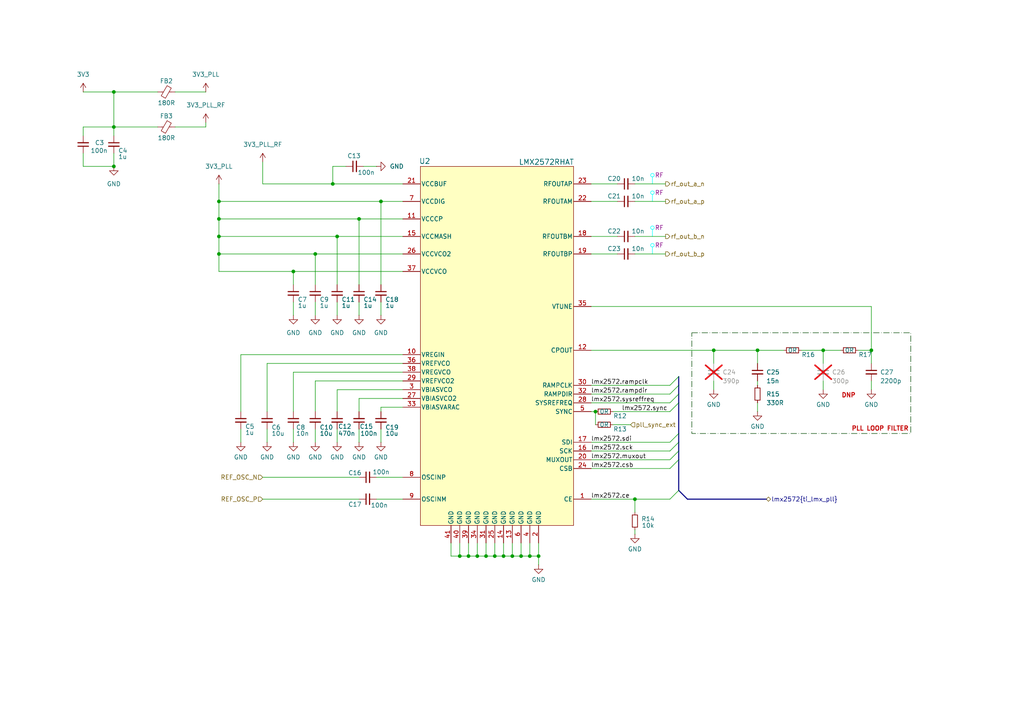
<source format=kicad_sch>
(kicad_sch (version 20250114) (generator "eeschema") (generator_version "9.0")
  (paper "A4")
  (title_block (title "LMX2572 RF SYNTHESIZER") (date "2025-03-28") (rev "${REVISION}") (company "${COMPANY}"))
  (lib_symbols
    (symbol "2024-12-28_02-54-18:LMX2572RHAT" (pin_names (offset 0.254))
      (property "Reference" "U" (at -20.828 48.514 0))
      (property "Value" "LMX2572RHAT" (at 14.732 48.514 0))
      (symbol "LMX2572RHAT_0_1"
        (pin power_in line (at -26.67 41.91 0) (length 5.08) (name "VCCBUF") (number "21"))
        (pin power_in line (at -26.67 36.83 0) (length 5.08) (name "VCCDIG") (number "7"))
        (pin power_in line (at -26.67 31.75 0) (length 5.08) (name "VCCCP") (number "11"))
        (pin power_in line (at -26.67 26.67 0) (length 5.08) (name "VCCMASH") (number "15"))
        (pin power_in line (at -26.67 21.59 0) (length 5.08) (name "VCCVCO2") (number "26"))
        (pin power_in line (at -26.67 16.51 0) (length 5.08) (name "VCCVCO") (number "37"))
        (pin power_in line (at -26.67 -7.62 0) (length 5.08) (name "VREGIN") (number "10"))
        (pin power_in line (at -26.67 -10.16 0) (length 5.08) (name "VREFVCO") (number "36"))
        (pin power_in line (at -26.67 -12.7 0) (length 5.08) (name "VREGVCO") (number "38"))
        (pin power_in line (at -26.67 -15.24 0) (length 5.08) (name "VREFVCO2") (number "29"))
        (pin power_in line (at -26.67 -17.78 0) (length 5.08) (name "VBIASVCO") (number "3"))
        (pin power_in line (at -26.67 -20.32 0) (length 5.08) (name "VBIASVCO2") (number "27"))
        (pin power_in line (at -26.67 -22.86 0) (length 5.08) (name "VBIASVARAC") (number "33"))
        (pin input line (at -26.67 -43.18 0) (length 5.08) (name "OSCINP") (number "8"))
        (pin input line (at -26.67 -49.53 0) (length 5.08) (name "OSCINM") (number "9"))
        (pin power_in line (at -12.7 -62.23 90) (length 5.08) (name "GND") (number "41"))
        (pin power_in line (at -10.16 -62.23 90) (length 5.08) (name "GND") (number "40"))
        (pin power_in line (at -7.62 -62.23 90) (length 5.08) (name "GND") (number "39"))
        (pin power_in line (at -5.08 -62.23 90) (length 5.08) (name "GND") (number "34"))
        (pin power_in line (at -2.54 -62.23 90) (length 5.08) (name "GND") (number "31"))
        (pin power_in line (at 0 -62.23 90) (length 5.08) (name "GND") (number "25"))
        (pin power_in line (at 2.54 -62.23 90) (length 5.08) (name "GND") (number "14"))
        (pin power_in line (at 5.08 -62.23 90) (length 5.08) (name "GND") (number "13"))
        (pin power_in line (at 7.62 -62.23 90) (length 5.08) (name "GND") (number "6"))
        (pin power_in line (at 10.16 -62.23 90) (length 5.08) (name "GND") (number "4"))
        (pin power_in line (at 12.7 -62.23 90) (length 5.08) (name "GND") (number "2"))
        (pin output line (at 27.94 41.91 180) (length 5.08) (name "RFOUTAP") (number "23"))
        (pin output line (at 27.94 36.83 180) (length 5.08) (name "RFOUTAM") (number "22"))
        (pin output line (at 27.94 26.67 180) (length 5.08) (name "RFOUTBM") (number "18"))
        (pin output line (at 27.94 21.59 180) (length 5.08) (name "RFOUTBP") (number "19"))
        (pin input line (at 27.94 6.35 180) (length 5.08) (name "VTUNE") (number "35"))
        (pin input line (at 27.94 -16.51 180) (length 5.08) (name "RAMPCLK") (number "30"))
        (pin input line (at 27.94 -19.05 180) (length 5.08) (name "RAMPDIR") (number "32"))
        (pin input line (at 27.94 -21.59 180) (length 5.08) (name "SYSREFREQ") (number "28"))
        (pin input line (at 27.94 -24.13 180) (length 5.08) (name "SYNC") (number "5"))
        (pin input line (at 27.94 -33.02 180) (length 5.08) (name "SDI") (number "17"))
        (pin input line (at 27.94 -35.56 180) (length 5.08) (name "SCK") (number "16"))
        (pin output line (at 27.94 -38.1 180) (length 5.08) (name "MUXOUT") (number "20"))
        (pin input line (at 27.94 -40.64 180) (length 5.08) (name "CSB") (number "24"))
        (pin input line (at 27.94 -49.53 180) (length 5.08) (name "CE") (number "1"))
      )
      (symbol "LMX2572RHAT_1_1"
        (rectangle (start -21.59 46.99) (end 22.86 -57.15) (fill (type background)))
        (pin passive line (at 27.94 -6.35 180) (length 5.08) (name "CPOUT") (number "12"))
      )
    )
    (symbol "Device:C_Small" (pin_numbers (hide yes)) (pin_names (offset 0.254) (hide yes))
      (property "Reference" "C" (at 0.254 1.778 0))
      (property "Value" "C_Small" (at 0.254 -2.032 0))
      (symbol "C_Small_0_1"
        (polyline (pts (xy -1.524 0.508) (xy 1.524 0.508)) (stroke (width 0.3048)))
        (polyline (pts (xy -1.524 -0.508) (xy 1.524 -0.508)) (stroke (width 0.3302)))
      )
      (symbol "C_Small_1_1"
        (pin passive line (at 0 2.54 270) (length 2.032) (name "~") (number "1"))
        (pin passive line (at 0 -2.54 90) (length 2.032) (name "~") (number "2"))
      )
    )
    (symbol "Device:FerriteBead_Small" (pin_numbers (hide yes)) (pin_names (offset 0))
      (property "Reference" "FB" (at 1.905 1.27 0))
      (property "Value" "FerriteBead_Small" (at 1.905 -1.27 0))
      (symbol "FerriteBead_Small_0_1"
        (polyline (pts (xy -1.8288 0.2794) (xy -1.1176 1.4986) (xy 1.8288 -0.2032) (xy 1.1176 -1.4224) (xy -1.8288 0.2794)))
        (polyline (pts (xy 0 0.889) (xy 0 1.2954)))
        (polyline (pts (xy 0 -1.27) (xy 0 -0.7874)))
      )
      (symbol "FerriteBead_Small_1_1"
        (pin passive line (at 0 2.54 270) (length 1.27) (name "~") (number "1"))
        (pin passive line (at 0 -2.54 90) (length 1.27) (name "~") (number "2"))
      )
    )
    (symbol "Device:R_Small" (pin_numbers (hide yes)) (pin_names (offset 0.254) (hide yes))
      (property "Reference" "R" (at 0.762 0.508 0))
      (property "Value" "R_Small" (at 0.762 -1.016 0))
      (symbol "R_Small_0_1"
        (rectangle (start -0.762 1.778) (end 0.762 -1.778) (stroke (width 0.2032)))
      )
      (symbol "R_Small_1_1"
        (pin passive line (at 0 2.54 270) (length 0.762) (name "~") (number "1"))
        (pin passive line (at 0 -2.54 90) (length 0.762) (name "~") (number "2"))
      )
    )
    (symbol "power:+3V3" (power) (pin_numbers (hide yes)) (pin_names (offset 0) (hide yes))
      (property "Value" "+3V3" (at 0 3.556 0))
      (symbol "+3V3_0_1"
        (polyline (pts (xy -0.762 1.27) (xy 0 2.54)))
        (polyline (pts (xy 0 2.54) (xy 0.762 1.27)))
        (polyline (pts (xy 0 0) (xy 0 2.54)))
      )
      (symbol "+3V3_1_1"
        (pin power_in line (at 0 0 90) (length 0) (name "~") (number "1"))
      )
    )
    (symbol "power:GND" (power) (pin_numbers (hide yes)) (pin_names (offset 0) (hide yes))
      (property "Value" "GND" (at 0 -3.81 0))
      (symbol "GND_0_1"
        (polyline (pts (xy 0 0) (xy 0 -1.27) (xy 1.27 -1.27) (xy 0 -2.54) (xy -1.27 -1.27) (xy 0 -1.27)))
      )
      (symbol "GND_1_1"
        (pin power_in line (at 0 0 270) (length 0) (name "~") (number "1"))
      )
    )
  )
  (bus_alias "ti_lmx_pll" (members "ce" "csb" "sdi" "sck" "muxout" "sync" "sysreffreq" "rampclk" "rampdir"))
  (rectangle (start 200.66 96.52) (end 264.16 125.73) (stroke (width 0) (type dash_dot) (color 0 72 0 1)))
  (text "DNP" (at 246.126 114.808 0) (effects (font (size 1.27 1.27) (thickness 0.254) (bold yes))))
  (text "PLL LOOP FILTER" (at 255.27 124.46 0) (effects (font (size 1.27 1.27) (thickness 0.254) (bold yes))))
  (junction (at 96.52 53.34))
  (junction (at 140.97 161.29))
  (junction (at 172.72 119.38))
  (junction (at 151.13 161.29))
  (junction (at 143.51 161.29))
  (junction (at 238.76 101.6))
  (junction (at 63.5 58.42))
  (junction (at 207.01 101.6))
  (junction (at 63.5 63.5))
  (junction (at 33.02 36.83))
  (junction (at 148.59 161.29))
  (junction (at 133.35 161.29))
  (junction (at 135.89 161.29))
  (junction (at 33.02 48.26))
  (junction (at 146.05 161.29))
  (junction (at 85.09 78.74))
  (junction (at 63.5 73.66))
  (junction (at 184.15 144.78))
  (junction (at 104.14 63.5))
  (junction (at 138.43 161.29))
  (junction (at 63.5 68.58))
  (junction (at 219.71 101.6))
  (junction (at 33.02 26.67))
  (junction (at 153.67 161.29))
  (junction (at 110.49 58.42))
  (junction (at 97.79 68.58))
  (junction (at 252.73 101.6))
  (junction (at 91.44 73.66))
  (junction (at 156.21 161.29))
  (bus_entry (at 196.85 111.76) (size -2.54 2.54))
  (bus_entry (at 196.85 128.27) (size -2.54 2.54))
  (bus_entry (at 196.85 114.3) (size -2.54 2.54))
  (bus_entry (at 196.85 142.24) (size -2.54 2.54))
  (bus_entry (at 196.85 133.35) (size -2.54 2.54))
  (bus_entry (at 196.85 130.81) (size -2.54 2.54))
  (bus_entry (at 196.85 116.84) (size -2.54 2.54))
  (bus_entry (at 196.85 125.73) (size -2.54 2.54))
  (bus_entry (at 196.85 109.22) (size -2.54 2.54))
  (bus (pts (xy 196.85 130.81) (xy 196.85 133.35)))
  (bus (pts (xy 196.85 109.22) (xy 196.85 111.76)))
  (wire (pts (xy 77.47 105.41) (xy 77.47 119.38)))
  (wire (pts (xy 116.84 115.57) (xy 104.14 115.57)))
  (wire (pts (xy 238.76 110.49) (xy 238.76 113.03)))
  (wire (pts (xy 97.79 124.46) (xy 97.79 128.27)))
  (wire (pts (xy 138.43 157.48) (xy 138.43 161.29)))
  (wire (pts (xy 110.49 118.11) (xy 110.49 119.38)))
  (wire (pts (xy 76.2 138.43) (xy 104.14 138.43)))
  (wire (pts (xy 104.14 63.5) (xy 104.14 82.55)))
  (wire (pts (xy 50.8 26.67) (xy 59.69 26.67)))
  (wire (pts (xy 116.84 118.11) (xy 110.49 118.11)))
  (wire (pts (xy 130.81 157.48) (xy 130.81 161.29)))
  (wire (pts (xy 33.02 36.83) (xy 33.02 26.67)))
  (bus (pts (xy 199.39 144.78) (xy 222.25 144.78)))
  (wire (pts (xy 184.15 144.78) (xy 194.31 144.78)))
  (wire (pts (xy 91.44 110.49) (xy 91.44 119.38)))
  (wire (pts (xy 193.04 73.66) (xy 184.15 73.66)))
  (wire (pts (xy 232.41 101.6) (xy 238.76 101.6)))
  (wire (pts (xy 63.5 58.42) (xy 63.5 53.34)))
  (wire (pts (xy 116.84 102.87) (xy 69.85 102.87)))
  (wire (pts (xy 91.44 124.46) (xy 91.44 128.27)))
  (wire (pts (xy 33.02 39.37) (xy 33.02 36.83)))
  (wire (pts (xy 171.45 130.81) (xy 194.31 130.81)))
  (wire (pts (xy 59.69 35.56) (xy 59.69 36.83)))
  (wire (pts (xy 171.45 135.89) (xy 194.31 135.89)))
  (wire (pts (xy 148.59 161.29) (xy 151.13 161.29)))
  (wire (pts (xy 252.73 88.9) (xy 171.45 88.9)))
  (wire (pts (xy 238.76 101.6) (xy 238.76 105.41)))
  (wire (pts (xy 96.52 48.26) (xy 96.52 53.34)))
  (wire (pts (xy 85.09 87.63) (xy 85.09 91.44)))
  (wire (pts (xy 172.72 119.38) (xy 172.72 123.19)))
  (wire (pts (xy 140.97 157.48) (xy 140.97 161.29)))
  (wire (pts (xy 143.51 161.29) (xy 146.05 161.29)))
  (wire (pts (xy 207.01 101.6) (xy 219.71 101.6)))
  (wire (pts (xy 45.72 36.83) (xy 33.02 36.83)))
  (wire (pts (xy 193.04 58.42) (xy 184.15 58.42)))
  (wire (pts (xy 146.05 157.48) (xy 146.05 161.29)))
  (wire (pts (xy 91.44 73.66) (xy 116.84 73.66)))
  (wire (pts (xy 193.04 53.34) (xy 184.15 53.34)))
  (wire (pts (xy 63.5 63.5) (xy 63.5 58.42)))
  (wire (pts (xy 33.02 26.67) (xy 45.72 26.67)))
  (wire (pts (xy 133.35 161.29) (xy 135.89 161.29)))
  (wire (pts (xy 171.45 144.78) (xy 184.15 144.78)))
  (wire (pts (xy 171.45 116.84) (xy 194.31 116.84)))
  (wire (pts (xy 252.73 105.41) (xy 252.73 101.6)))
  (wire (pts (xy 24.13 48.26) (xy 33.02 48.26)))
  (bus (pts (xy 196.85 142.24) (xy 199.39 144.78)))
  (wire (pts (xy 116.84 113.03) (xy 97.79 113.03)))
  (wire (pts (xy 153.67 161.29) (xy 156.21 161.29)))
  (wire (pts (xy 63.5 58.42) (xy 110.49 58.42)))
  (wire (pts (xy 248.92 101.6) (xy 252.73 101.6)))
  (wire (pts (xy 33.02 48.26) (xy 33.02 44.45)))
  (wire (pts (xy 151.13 161.29) (xy 153.67 161.29)))
  (wire (pts (xy 140.97 161.29) (xy 143.51 161.29)))
  (wire (pts (xy 146.05 161.29) (xy 148.59 161.29)))
  (wire (pts (xy 109.22 48.26) (xy 105.41 48.26)))
  (wire (pts (xy 104.14 87.63) (xy 104.14 91.44)))
  (wire (pts (xy 171.45 101.6) (xy 207.01 101.6)))
  (wire (pts (xy 76.2 53.34) (xy 76.2 46.99)))
  (wire (pts (xy 24.13 39.37) (xy 24.13 36.83)))
  (wire (pts (xy 91.44 82.55) (xy 91.44 73.66)))
  (wire (pts (xy 156.21 161.29) (xy 156.21 163.83)))
  (wire (pts (xy 151.13 157.48) (xy 151.13 161.29)))
  (bus (pts (xy 196.85 133.35) (xy 196.85 142.24)))
  (bus (pts (xy 196.85 111.76) (xy 196.85 114.3)))
  (wire (pts (xy 171.45 68.58) (xy 179.07 68.58)))
  (wire (pts (xy 63.5 73.66) (xy 63.5 68.58)))
  (wire (pts (xy 130.81 161.29) (xy 133.35 161.29)))
  (wire (pts (xy 171.45 133.35) (xy 194.31 133.35)))
  (wire (pts (xy 110.49 87.63) (xy 110.49 91.44)))
  (wire (pts (xy 100.33 48.26) (xy 96.52 48.26)))
  (wire (pts (xy 97.79 113.03) (xy 97.79 119.38)))
  (wire (pts (xy 104.14 115.57) (xy 104.14 119.38)))
  (wire (pts (xy 50.8 36.83) (xy 59.69 36.83)))
  (wire (pts (xy 97.79 68.58) (xy 97.79 82.55)))
  (wire (pts (xy 110.49 58.42) (xy 116.84 58.42)))
  (wire (pts (xy 85.09 78.74) (xy 85.09 82.55)))
  (wire (pts (xy 63.5 78.74) (xy 63.5 73.66)))
  (wire (pts (xy 85.09 78.74) (xy 116.84 78.74)))
  (wire (pts (xy 110.49 82.55) (xy 110.49 58.42)))
  (wire (pts (xy 171.45 58.42) (xy 179.07 58.42)))
  (wire (pts (xy 207.01 110.49) (xy 207.01 113.03)))
  (wire (pts (xy 184.15 154.94) (xy 184.15 153.67)))
  (wire (pts (xy 76.2 144.78) (xy 104.14 144.78)))
  (wire (pts (xy 24.13 26.67) (xy 33.02 26.67)))
  (wire (pts (xy 219.71 101.6) (xy 219.71 105.41)))
  (wire (pts (xy 238.76 101.6) (xy 243.84 101.6)))
  (wire (pts (xy 171.45 114.3) (xy 194.31 114.3)))
  (wire (pts (xy 116.84 105.41) (xy 77.47 105.41)))
  (wire (pts (xy 171.45 73.66) (xy 179.07 73.66)))
  (wire (pts (xy 104.14 124.46) (xy 104.14 128.27)))
  (wire (pts (xy 109.22 144.78) (xy 116.84 144.78)))
  (wire (pts (xy 193.04 68.58) (xy 184.15 68.58)))
  (wire (pts (xy 177.8 123.19) (xy 182.88 123.19)))
  (wire (pts (xy 171.45 128.27) (xy 194.31 128.27)))
  (wire (pts (xy 143.51 157.48) (xy 143.51 161.29)))
  (wire (pts (xy 96.52 53.34) (xy 116.84 53.34)))
  (wire (pts (xy 91.44 87.63) (xy 91.44 91.44)))
  (wire (pts (xy 219.71 116.84) (xy 219.71 119.38)))
  (wire (pts (xy 104.14 63.5) (xy 116.84 63.5)))
  (wire (pts (xy 171.45 119.38) (xy 172.72 119.38)))
  (wire (pts (xy 76.2 53.34) (xy 96.52 53.34)))
  (wire (pts (xy 252.73 110.49) (xy 252.73 113.03)))
  (wire (pts (xy 133.35 157.48) (xy 133.35 161.29)))
  (wire (pts (xy 85.09 107.95) (xy 85.09 119.38)))
  (wire (pts (xy 138.43 161.29) (xy 140.97 161.29)))
  (wire (pts (xy 69.85 102.87) (xy 69.85 119.38)))
  (wire (pts (xy 110.49 124.46) (xy 110.49 128.27)))
  (wire (pts (xy 135.89 157.48) (xy 135.89 161.29)))
  (wire (pts (xy 171.45 111.76) (xy 194.31 111.76)))
  (wire (pts (xy 153.67 157.48) (xy 153.67 161.29)))
  (wire (pts (xy 97.79 68.58) (xy 116.84 68.58)))
  (wire (pts (xy 109.22 138.43) (xy 116.84 138.43)))
  (bus (pts (xy 196.85 116.84) (xy 196.85 125.73)))
  (wire (pts (xy 252.73 101.6) (xy 252.73 88.9)))
  (wire (pts (xy 97.79 87.63) (xy 97.79 91.44)))
  (wire (pts (xy 63.5 68.58) (xy 63.5 63.5)))
  (wire (pts (xy 63.5 63.5) (xy 104.14 63.5)))
  (wire (pts (xy 85.09 124.46) (xy 85.09 128.27)))
  (wire (pts (xy 116.84 107.95) (xy 85.09 107.95)))
  (wire (pts (xy 63.5 68.58) (xy 97.79 68.58)))
  (wire (pts (xy 63.5 73.66) (xy 91.44 73.66)))
  (wire (pts (xy 156.21 157.48) (xy 156.21 161.29)))
  (bus (pts (xy 196.85 128.27) (xy 196.85 130.81)))
  (wire (pts (xy 184.15 144.78) (xy 184.15 148.59)))
  (wire (pts (xy 24.13 36.83) (xy 33.02 36.83)))
  (wire (pts (xy 207.01 101.6) (xy 207.01 105.41)))
  (wire (pts (xy 171.45 53.34) (xy 179.07 53.34)))
  (wire (pts (xy 148.59 157.48) (xy 148.59 161.29)))
  (wire (pts (xy 69.85 124.46) (xy 69.85 128.27)))
  (bus (pts (xy 196.85 125.73) (xy 196.85 128.27)))
  (wire (pts (xy 135.89 161.29) (xy 138.43 161.29)))
  (wire (pts (xy 219.71 110.49) (xy 219.71 111.76)))
  (bus (pts (xy 196.85 114.3) (xy 196.85 116.84)))
  (wire (pts (xy 177.8 119.38) (xy 194.31 119.38)))
  (wire (pts (xy 24.13 44.45) (xy 24.13 48.26)))
  (wire (pts (xy 219.71 101.6) (xy 227.33 101.6)))
  (wire (pts (xy 77.47 124.46) (xy 77.47 128.27)))
  (wire (pts (xy 116.84 110.49) (xy 91.44 110.49)))
  (wire (pts (xy 63.5 78.74) (xy 85.09 78.74)))
  (label "lmx2572.muxout" (at 171.45 133.35 0))
  (label "lmx2572.sync" (at 180.34 119.38 0))
  (label "lmx2572.rampclk" (at 171.45 111.76 0))
  (label "lmx2572.ce" (at 171.45 144.78 0))
  (label "lmx2572.sysreffreq" (at 171.45 116.84 0))
  (label "lmx2572.csb" (at 171.45 135.89 0))
  (label "lmx2572.rampdir" (at 171.45 114.3 0))
  (label "lmx2572.sck" (at 171.45 130.81 0))
  (label "lmx2572.sdi" (at 171.45 128.27 0))
  (hierarchical_label "rf_out_b_p" (shape output) (at 193.04 73.66 0))
  (hierarchical_label "rf_out_a_p" (shape output) (at 193.04 58.42 0))
  (hierarchical_label "REF_OSC_N" (shape input) (at 76.2 138.43 180))
  (hierarchical_label "rf_out_b_n" (shape output) (at 193.04 68.58 0))
  (hierarchical_label "REF_OSC_P" (shape input) (at 76.2 144.78 180))
  (hierarchical_label "rf_out_a_n" (shape output) (at 193.04 53.34 0))
  (hierarchical_label "pll_sync_ext" (shape input) (at 182.88 123.19 0))
  (hierarchical_label "lmx2572{ti_lmx_pll}" (shape bidirectional) (at 222.25 144.78 0))
  (netclass_flag "" (length 2.54) (shape round) (at 189.23 53.34 0) (property "Netclass" "RF" (at 189.9285 50.8 0) (effects (justify left))))
  (netclass_flag "" (length 2.54) (shape round) (at 189.23 58.42 0) (property "Netclass" "RF" (at 189.9285 55.88 0) (effects (justify left))))
  (netclass_flag "" (length 2.54) (shape round) (at 189.23 73.66 0) (property "Netclass" "RF" (at 189.9285 71.12 0) (effects (justify left))))
  (netclass_flag "" (length 2.54) (shape round) (at 189.23 68.58 0) (property "Netclass" "RF" (at 189.9285 66.04 0) (effects (justify left))))
  (symbol (lib_id "Device:C_Small") (at 91.44 85.09 0) (unit 1)
    (property "Reference" "C9" (at 92.71 86.868 0) (effects (justify left)))
    (property "Value" "1u" (at 92.71 88.646 0) (effects (justify left)))
    (property "Footprint" "Capacitor_SMD:C_0402_1005Metric" (effects (hide yes)))
    (property "Datasheet" "https://mm.digikey.com/Volume0/opasdata/d220001/medias/docus/272/mlcc02_e-1307760.pdf" (effects (hide yes)))
    (property "Description" "CAP CER 1UF 16V X5R 0402" (effects (hide yes)))
    (property "Manufacturer" "Taiyo Yudon" (effects (hide yes)))
    (property "MPN" "EMK105BJ105KV-F" (effects (hide yes)))
    (property "C" "1uF" (effects (hide yes)))
    (property "Voltage" "16V" (effects (hide yes)))
    (property "Tolerance" "10%" (effects (hide yes)))
    (property "Dielectric" "X5R" (effects (hide yes)))
    (property "Supplier" "Digikey" (effects (hide yes)))
    (property "SPN" "587-2477-1-ND" (effects (hide yes)))
  )
  (symbol (lib_id "power:+3V3") (at 24.13 26.67 0) (unit 1)
    (property "Reference" "#PWR015" (effects (hide yes)))
    (property "Value" "3V3" (at 24.13 21.59 0))
    (property "Description" "Power symbol creates a global label with name \"+3V3\"" (effects (hide yes)))
  )
  (symbol (lib_id "power:+3V3") (at 63.5 53.34 0) (unit 1)
    (property "Reference" "#PWR019" (effects (hide yes)))
    (property "Value" "3V3_PLL" (at 63.5 48.26 0))
    (property "Description" "Power symbol creates a global label with name \"+3V3\"" (effects (hide yes)))
  )
  (symbol (lib_id "power:GND") (at 91.44 91.44 0) (unit 1)
    (property "Reference" "#PWR027" (effects (hide yes)))
    (property "Value" "GND" (at 91.44 96.52 0))
    (property "Description" "Power symbol creates a global label with name \"GND\" , ground" (effects (hide yes)))
  )
  (symbol (lib_id "Device:C_Small") (at 110.49 121.92 0) (unit 1)
    (property "Reference" "C19" (at 111.76 123.952 0) (effects (justify left)))
    (property "Value" "10u" (at 111.76 125.73 0) (effects (justify left)))
    (property "Footprint" "Capacitor_SMD:C_0402_1005Metric" (effects (hide yes)))
    (property "Datasheet" "https://search.murata.co.jp/Ceramy/image/img/A01X/G101/ENG/GRM155R61A106ME11-01A.pdf" (effects (hide yes)))
    (property "Description" "CAP CER 10UF 10V X5R 0402" (effects (hide yes)))
    (property "Manufacturer" "Murata Electronics" (effects (hide yes)))
    (property "MPN" "GRM155R61A106ME11D" (effects (hide yes)))
    (property "C" "10uF" (effects (hide yes)))
    (property "Voltage" "10v" (effects (hide yes)))
    (property "Tolerance" "20%" (effects (hide yes)))
    (property "Dielectric" "X5R" (effects (hide yes)))
    (property "Supplier" "Digikey" (effects (hide yes)))
    (property "SPN" "490-GRM155R61A106ME11DCT-ND" (effects (hide yes)))
  )
  (symbol (lib_id "Device:C_Small") (at 181.61 58.42 90) (unit 1)
    (property "Reference" "C21" (at 180.086 56.896 90) (effects (justify left)))
    (property "Value" "10n" (at 186.944 56.896 90) (effects (justify left)))
    (property "Footprint" "Capacitor_SMD:C_0402_1005Metric" (effects (hide yes)))
    (property "Datasheet" "https://rfs.kyocera-avx.com/userFiles/uploads/pdfs/520l.pdf" (effects (hide yes)))
    (property "Description" "CAP CER 10000PF 16V X7R 0402" (effects (hide yes)))
    (property "Manufacturer" "Kyocera Avx" (effects (hide yes)))
    (property "MPN" "520L103KT16T" (effects (hide yes)))
    (property "Supplier" "Digikey" (effects (hide yes)))
    (property "SPN" "1284-1540-1-ND" (effects (hide yes)))
    (property "C" "10n" (effects (hide yes)))
    (property "Voltage" "16V" (effects (hide yes)))
    (property "Tolerance" "10%" (effects (hide yes)))
    (property "Dielectric" "X7R" (effects (hide yes)))
  )
  (symbol (lib_id "power:GND") (at 104.14 128.27 0) (unit 1)
    (property "Reference" "#PWR032" (effects (hide yes)))
    (property "Value" "GND" (at 104.14 132.588 0))
    (property "Description" "Power symbol creates a global label with name \"GND\" , ground" (effects (hide yes)))
  )
  (symbol (lib_id "power:GND") (at 110.49 128.27 0) (unit 1)
    (property "Reference" "#PWR035" (effects (hide yes)))
    (property "Value" "GND" (at 110.49 132.588 0))
    (property "Description" "Power symbol creates a global label with name \"GND\" , ground" (effects (hide yes)))
  )
  (symbol (lib_id "power:GND") (at 238.76 113.03 0) (unit 1)
    (property "Reference" "#PWR040" (effects (hide yes)))
    (property "Value" "GND" (at 238.76 117.348 0))
    (property "Description" "Power symbol creates a global label with name \"GND\" , ground" (effects (hide yes)))
  )
  (symbol (lib_id "power:GND") (at 184.15 154.94 0) (unit 1)
    (property "Reference" "#PWR037" (effects (hide yes)))
    (property "Value" "GND" (at 184.15 159.258 0))
    (property "Description" "Power symbol creates a global label with name \"GND\" , ground" (effects (hide yes)))
  )
  (symbol (lib_id "Device:C_Small") (at 181.61 68.58 90) (unit 1)
    (property "Reference" "C22" (at 180.086 67.056 90) (effects (justify left)))
    (property "Value" "10n" (at 186.944 67.056 90) (effects (justify left)))
    (property "Footprint" "Capacitor_SMD:C_0402_1005Metric" (effects (hide yes)))
    (property "Datasheet" "https://rfs.kyocera-avx.com/userFiles/uploads/pdfs/520l.pdf" (effects (hide yes)))
    (property "Description" "CAP CER 10000PF 16V X7R 0402" (effects (hide yes)))
    (property "Manufacturer" "Kyocera Avx" (effects (hide yes)))
    (property "MPN" "520L103KT16T" (effects (hide yes)))
    (property "Supplier" "Digikey" (effects (hide yes)))
    (property "SPN" "1284-1540-1-ND" (effects (hide yes)))
    (property "C" "10n" (effects (hide yes)))
    (property "Voltage" "16V" (effects (hide yes)))
    (property "Tolerance" "10%" (effects (hide yes)))
    (property "Dielectric" "X7R" (effects (hide yes)))
  )
  (symbol (lib_id "Device:C_Small") (at 69.85 121.92 0) (unit 1)
    (property "Reference" "C5" (at 71.12 123.698 0) (effects (justify left)))
    (property "Value" "1u" (at 71.12 125.476 0) (effects (justify left)))
    (property "Footprint" "Capacitor_SMD:C_0402_1005Metric" (effects (hide yes)))
    (property "Datasheet" "https://mm.digikey.com/Volume0/opasdata/d220001/medias/docus/272/mlcc02_e-1307760.pdf" (effects (hide yes)))
    (property "Description" "CAP CER 1UF 16V X5R 0402" (effects (hide yes)))
    (property "Manufacturer" "Taiyo Yudon" (effects (hide yes)))
    (property "MPN" "EMK105BJ105KV-F" (effects (hide yes)))
    (property "C" "1uF" (effects (hide yes)))
    (property "Voltage" "16V" (effects (hide yes)))
    (property "Tolerance" "10%" (effects (hide yes)))
    (property "Dielectric" "X5R" (effects (hide yes)))
    (property "Supplier" "Digikey" (effects (hide yes)))
    (property "SPN" "587-2477-1-ND" (effects (hide yes)))
  )
  (symbol (lib_id "Device:R_Small") (at 229.87 101.6 90) (unit 1)
    (property "Reference" "R16" (at 234.442 102.87 90))
    (property "Value" "0R" (at 229.87 101.6 90))
    (property "Footprint" "Resistor_SMD:R_0402_1005Metric" (effects (hide yes)))
    (property "Description" "Resistor, small symbol" (effects (hide yes)))
    (property "Manufacturer" "Panasonic Electronic Components" (effects (hide yes)))
    (property "MFN" "ERJ-2GE0R00X" (effects (hide yes)))
    (property "Supplier" "Digikey" (effects (hide yes)))
    (property "SPN" "P0.0JCT-ND" (effects (hide yes)))
    (property "R" "0R" (effects (hide yes)))
  )
  (symbol (lib_id "Device:C_Small") (at 181.61 53.34 90) (unit 1)
    (property "Reference" "C20" (at 180.086 51.816 90) (effects (justify left)))
    (property "Value" "10n" (at 186.944 51.816 90) (effects (justify left)))
    (property "Footprint" "Capacitor_SMD:C_0402_1005Metric" (effects (hide yes)))
    (property "Datasheet" "https://rfs.kyocera-avx.com/userFiles/uploads/pdfs/520l.pdf" (effects (hide yes)))
    (property "Description" "CAP CER 10000PF 16V X7R 0402" (effects (hide yes)))
    (property "Manufacturer" "Kyocera Avx" (effects (hide yes)))
    (property "MPN" "520L103KT16T" (effects (hide yes)))
    (property "Supplier" "Digikey" (effects (hide yes)))
    (property "SPN" "1284-1540-1-ND" (effects (hide yes)))
    (property "C" "10n" (effects (hide yes)))
    (property "Voltage" "16V" (effects (hide yes)))
    (property "Tolerance" "10%" (effects (hide yes)))
    (property "Dielectric" "X7R" (effects (hide yes)))
  )
  (symbol (lib_id "Device:FerriteBead_Small") (at 48.26 36.83 90) (unit 1)
    (property "Reference" "FB3" (at 48.26 33.655 90))
    (property "Value" "180R" (at 48.26 40.005 90))
    (property "Footprint" "Inductor_SMD:L_0402_1005Metric" (effects (hide yes)))
    (property "Datasheet" "https://www.mouser.com/datasheet/2/281/QNFA9118-1915745.pdf" (effects (hide yes)))
    (property "Description" "Ferrite bead, small symbol" (effects (hide yes)))
    (property "Manufacturer" "Murata" (effects (hide yes)))
    (property "MPN" "BLM15PX181SZ1D" (effects (hide yes)))
    (property "Supplier" "Mouser" (effects (hide yes)))
    (property "SPN" "81-BLM15PX181SZ1D " (effects (hide yes)))
    (property "Imax" "1.5A" (effects (hide yes)))
  )
  (symbol (lib_id "Device:C_Small") (at 97.79 85.09 0) (unit 1)
    (property "Reference" "C11" (at 99.06 86.868 0) (effects (justify left)))
    (property "Value" "1u" (at 99.06 88.646 0) (effects (justify left)))
    (property "Footprint" "Capacitor_SMD:C_0402_1005Metric" (effects (hide yes)))
    (property "Datasheet" "https://mm.digikey.com/Volume0/opasdata/d220001/medias/docus/272/mlcc02_e-1307760.pdf" (effects (hide yes)))
    (property "Description" "CAP CER 1UF 16V X5R 0402" (effects (hide yes)))
    (property "Manufacturer" "Taiyo Yudon" (effects (hide yes)))
    (property "MPN" "EMK105BJ105KV-F" (effects (hide yes)))
    (property "C" "1uF" (effects (hide yes)))
    (property "Voltage" "16V" (effects (hide yes)))
    (property "Tolerance" "10%" (effects (hide yes)))
    (property "Dielectric" "X5R" (effects (hide yes)))
    (property "Supplier" "Digikey" (effects (hide yes)))
    (property "SPN" "587-2477-1-ND" (effects (hide yes)))
  )
  (symbol (lib_id "power:+3V3") (at 59.69 26.67 0) (unit 1)
    (property "Reference" "#PWR017" (effects (hide yes)))
    (property "Value" "3V3_PLL" (at 59.69 21.59 0))
    (property "Description" "Power symbol creates a global label with name \"+3V3\"" (effects (hide yes)))
  )
  (symbol (lib_id "Device:C_Small") (at 238.76 107.95 0) (unit 1) (dnp yes)
    (property "Reference" "C26" (at 241.3 107.95 0) (effects (justify left)))
    (property "Value" "300p" (at 241.3 110.49 0) (effects (justify left)))
    (property "Footprint" "Capacitor_SMD:C_0402_1005Metric" (effects (hide yes)))
    (property "Description" "Unpolarized capacitor, small symbol" (effects (hide yes)))
  )
  (symbol (lib_id "Device:C_Small") (at 91.44 121.92 0) (unit 1)
    (property "Reference" "C10" (at 92.71 123.952 0) (effects (justify left)))
    (property "Value" "10u" (at 92.71 125.73 0) (effects (justify left)))
    (property "Footprint" "Capacitor_SMD:C_0402_1005Metric" (effects (hide yes)))
    (property "Datasheet" "https://search.murata.co.jp/Ceramy/image/img/A01X/G101/ENG/GRM155R61A106ME11-01A.pdf" (effects (hide yes)))
    (property "Description" "CAP CER 10UF 10V X5R 0402" (effects (hide yes)))
    (property "Manufacturer" "Murata Electronics" (effects (hide yes)))
    (property "MPN" "GRM155R61A106ME11D" (effects (hide yes)))
    (property "C" "10uF" (effects (hide yes)))
    (property "Voltage" "10v" (effects (hide yes)))
    (property "Tolerance" "20%" (effects (hide yes)))
    (property "Dielectric" "X5R" (effects (hide yes)))
    (property "Supplier" "Digikey" (effects (hide yes)))
    (property "SPN" "490-GRM155R61A106ME11DCT-ND" (effects (hide yes)))
  )
  (symbol (lib_id "Device:R_Small") (at 175.26 123.19 90) (unit 1)
    (property "Reference" "R13" (at 179.832 124.46 90))
    (property "Value" "0R" (at 175.26 123.19 90))
    (property "Footprint" "Resistor_SMD:R_0402_1005Metric" (effects (hide yes)))
    (property "Datasheet" "https://industrial.panasonic.com/ww/products/pt/general-purpose-chip-resistors/models/ERJ2GE0R00X" (effects (hide yes)))
    (property "Description" "RES SMD 0 OHM JUMPER 1/10W 0402" (effects (hide yes)))
    (property "Manufacturer" "Panasonic Electronic Components" (effects (hide yes)))
    (property "MPN" "ERJ-2GE0R00X" (effects (hide yes)))
    (property "Supplier" "Digikey" (effects (hide yes)))
    (property "SPN" "P0.0JCT-ND" (effects (hide yes)))
  )
  (symbol (lib_id "Device:C_Small") (at 97.79 121.92 0) (unit 1)
    (property "Reference" "C12" (at 98.044 123.698 0) (effects (justify left)))
    (property "Value" "470n" (at 98.044 125.73 0) (effects (justify left)))
    (property "Footprint" "Capacitor_SMD:C_0603_1608Metric" (effects (hide yes)))
    (property "Description" "Unpolarized capacitor, small symbol" (effects (hide yes)))
    (property "Manufacturer" "Taiyo Yuden" (effects (hide yes)))
    (property "MFN" "MBAST168SB7474KTNA18" (effects (hide yes)))
    (property "Supplier" "Mouser" (effects (hide yes)))
    (property "SPN" "963-MBAST168SB7474KT " (effects (hide yes)))
    (property "C" "470n" (effects (hide yes)))
    (property "Voltage" "25V" (effects (hide yes)))
    (property "Tolerance" "10%" (effects (hide yes)))
    (property "Dielectric" "X7R" (effects (hide yes)))
  )
  (symbol (lib_id "power:GND") (at 156.21 163.83 0) (unit 1)
    (property "Reference" "#PWR036" (effects (hide yes)))
    (property "Value" "GND" (at 156.21 168.148 0))
    (property "Description" "Power symbol creates a global label with name \"GND\" , ground" (effects (hide yes)))
  )
  (symbol (lib_id "Device:C_Small") (at 24.13 41.91 180) (unit 1)
    (property "Reference" "C3" (at 30.226 41.402 0) (effects (justify left)))
    (property "Value" "100n" (at 31.242 43.688 0) (effects (justify left)))
    (property "Footprint" "Capacitor_SMD:C_0402_1005Metric" (effects (hide yes)))
    (property "Datasheet" "https://mm.digikey.com/Volume0/opasdata/d220001/medias/docus/609/CL05B104KP5NNNC_Spec.pdf" (effects (hide yes)))
    (property "Description" "CAP CER 0.1UF 25V X7R 0402" (effects (hide yes)))
    (property "Manufacturer" "Samsung Electro-Mechanics" (effects (hide yes)))
    (property "MPN" "CL05B104KA5NNNC" (effects (hide yes)))
    (property "Supplier" "Digikey" (effects (hide yes)))
    (property "SPN" "1276-6720-1-ND" (effects (hide yes)))
    (property "C" "100n" (effects (hide yes)))
    (property "Voltage" "25V" (effects (hide yes)))
    (property "Tolerance" "10%" (effects (hide yes)))
    (property "Dielectric" "X7R" (effects (hide yes)))
  )
  (symbol (lib_id "Device:R_Small") (at 175.26 119.38 90) (unit 1)
    (property "Reference" "R12" (at 179.832 120.65 90))
    (property "Value" "0R" (at 175.26 119.38 90))
    (property "Footprint" "Resistor_SMD:R_0402_1005Metric" (effects (hide yes)))
    (property "Datasheet" "https://industrial.panasonic.com/ww/products/pt/general-purpose-chip-resistors/models/ERJ2GE0R00X" (effects (hide yes)))
    (property "Description" "RES SMD 0 OHM JUMPER 1/10W 0402" (effects (hide yes)))
    (property "Manufacturer" "Panasonic Electronic Components" (effects (hide yes)))
    (property "MPN" "ERJ-2GE0R00X" (effects (hide yes)))
    (property "Supplier" "Digikey" (effects (hide yes)))
    (property "SPN" "P0.0JCT-ND" (effects (hide yes)))
  )
  (symbol (lib_id "power:GND") (at 207.01 113.03 0) (unit 1)
    (property "Reference" "#PWR038" (effects (hide yes)))
    (property "Value" "GND" (at 207.01 117.348 0))
    (property "Description" "Power symbol creates a global label with name \"GND\" , ground" (effects (hide yes)))
  )
  (symbol (lib_id "power:GND") (at 104.14 91.44 0) (unit 1)
    (property "Reference" "#PWR031" (effects (hide yes)))
    (property "Value" "GND" (at 104.14 96.52 0))
    (property "Description" "Power symbol creates a global label with name \"GND\" , ground" (effects (hide yes)))
  )
  (symbol (lib_id "power:GND") (at 110.49 91.44 0) (unit 1)
    (property "Reference" "#PWR034" (effects (hide yes)))
    (property "Value" "GND" (at 110.49 96.52 0))
    (property "Description" "Power symbol creates a global label with name \"GND\" , ground" (effects (hide yes)))
  )
  (symbol (lib_id "Device:C_Small") (at 207.01 107.95 0) (unit 1) (dnp yes)
    (property "Reference" "C24" (at 209.55 107.95 0) (effects (justify left)))
    (property "Value" "390p" (at 209.55 110.49 0) (effects (justify left)))
    (property "Footprint" "Capacitor_SMD:C_0402_1005Metric" (effects (hide yes)))
    (property "Description" "Unpolarized capacitor, small symbol" (effects (hide yes)))
  )
  (symbol (lib_id "Device:C_Small") (at 110.49 85.09 0) (unit 1)
    (property "Reference" "C18" (at 111.76 86.868 0) (effects (justify left)))
    (property "Value" "1u" (at 111.76 88.646 0) (effects (justify left)))
    (property "Footprint" "Capacitor_SMD:C_0402_1005Metric" (effects (hide yes)))
    (property "Datasheet" "https://mm.digikey.com/Volume0/opasdata/d220001/medias/docus/272/mlcc02_e-1307760.pdf" (effects (hide yes)))
    (property "Description" "CAP CER 1UF 16V X5R 0402" (effects (hide yes)))
    (property "Manufacturer" "Taiyo Yudon" (effects (hide yes)))
    (property "MPN" "EMK105BJ105KV-F" (effects (hide yes)))
    (property "C" "1uF" (effects (hide yes)))
    (property "Voltage" "16V" (effects (hide yes)))
    (property "Tolerance" "10%" (effects (hide yes)))
    (property "Dielectric" "X5R" (effects (hide yes)))
    (property "Supplier" "Digikey" (effects (hide yes)))
    (property "SPN" "587-2477-1-ND" (effects (hide yes)))
  )
  (symbol (lib_id "power:GND") (at 85.09 91.44 0) (unit 1)
    (property "Reference" "#PWR024" (effects (hide yes)))
    (property "Value" "GND" (at 85.09 96.52 0))
    (property "Description" "Power symbol creates a global label with name \"GND\" , ground" (effects (hide yes)))
  )
  (symbol (lib_id "power:GND") (at 69.85 128.27 0) (unit 1)
    (property "Reference" "#PWR020" (effects (hide yes)))
    (property "Value" "GND" (at 69.85 132.588 0))
    (property "Description" "Power symbol creates a global label with name \"GND\" , ground" (effects (hide yes)))
  )
  (symbol (lib_id "power:GND") (at 97.79 91.44 0) (unit 1)
    (property "Reference" "#PWR029" (effects (hide yes)))
    (property "Value" "GND" (at 97.79 96.52 0))
    (property "Description" "Power symbol creates a global label with name \"GND\" , ground" (effects (hide yes)))
  )
  (symbol (lib_id "Device:C_Small") (at 33.02 41.91 0) (unit 1)
    (property "Reference" "C4" (at 34.29 43.688 0) (effects (justify left)))
    (property "Value" "1u" (at 34.29 45.466 0) (effects (justify left)))
    (property "Footprint" "Capacitor_SMD:C_0402_1005Metric" (effects (hide yes)))
    (property "Datasheet" "https://mm.digikey.com/Volume0/opasdata/d220001/medias/docus/272/mlcc02_e-1307760.pdf" (effects (hide yes)))
    (property "Description" "CAP CER 1UF 16V X5R 0402" (effects (hide yes)))
    (property "Manufacturer" "Taiyo Yudon" (effects (hide yes)))
    (property "MPN" "EMK105BJ105KV-F" (effects (hide yes)))
    (property "C" "1uF" (effects (hide yes)))
    (property "Voltage" "16V" (effects (hide yes)))
    (property "Tolerance" "10%" (effects (hide yes)))
    (property "Dielectric" "X5R" (effects (hide yes)))
    (property "Supplier" "Digikey" (effects (hide yes)))
    (property "SPN" "587-2477-1-ND" (effects (hide yes)))
  )
  (symbol (lib_id "power:+3V3") (at 59.69 35.56 0) (unit 1)
    (property "Reference" "#PWR018" (effects (hide yes)))
    (property "Value" "3V3_PLL_RF" (at 59.69 30.48 0))
    (property "Description" "Power symbol creates a global label with name \"+3V3\"" (effects (hide yes)))
  )
  (symbol (lib_id "power:+3V3") (at 76.2 46.99 0) (unit 1)
    (property "Reference" "#PWR021" (effects (hide yes)))
    (property "Value" "3V3_PLL_RF" (at 76.2 41.91 0))
    (property "Description" "Power symbol creates a global label with name \"+3V3\"" (effects (hide yes)))
  )
  (symbol (lib_id "Device:C_Small") (at 106.68 144.78 90) (unit 1)
    (property "Reference" "C17" (at 104.902 146.304 90) (effects (justify left)))
    (property "Value" "100n" (at 112.522 146.558 90) (effects (justify left)))
    (property "Footprint" "Capacitor_SMD:C_0402_1005Metric" (effects (hide yes)))
    (property "Datasheet" "https://mm.digikey.com/Volume0/opasdata/d220001/medias/docus/609/CL05B104KP5NNNC_Spec.pdf" (effects (hide yes)))
    (property "Description" "CAP CER 0.1UF 25V X7R 0402" (effects (hide yes)))
    (property "Manufacturer" "Samsung Electro-Mechanics" (effects (hide yes)))
    (property "MPN" "CL05B104KA5NNNC" (effects (hide yes)))
    (property "Supplier" "Digikey" (effects (hide yes)))
    (property "SPN" "1276-6720-1-ND" (effects (hide yes)))
    (property "C" "100n" (effects (hide yes)))
    (property "Voltage" "25V" (effects (hide yes)))
    (property "Tolerance" "10%" (effects (hide yes)))
    (property "Dielectric" "X7R" (effects (hide yes)))
  )
  (symbol (lib_id "Device:C_Small") (at 219.71 107.95 0) (unit 1)
    (property "Reference" "C25" (at 222.25 107.95 0) (effects (justify left)))
    (property "Value" "15n" (at 222.25 110.49 0) (effects (justify left)))
    (property "Footprint" "Capacitor_SMD:C_0402_1005Metric" (effects (hide yes)))
    (property "Datasheet" "https://product.tdk.com/system/files/dam/doc/product/capacitor/ceramic/mlcc/catalog/mlcc_commercial_general_en.pdf" (effects (hide yes)))
    (property "Description" "Multilayer Ceramic Capacitors MLCC - SMD/SMT 16V 0.015uF X7R 0402 5%" (effects (hide yes)))
    (property "Manufacturer" "KEMET" (effects (hide yes)))
    (property "MPN" "C0402C153J4RACTU" (effects (hide yes)))
    (property "Supplier" "Mouser" (effects (hide yes)))
    (property "SPN" "80-C0402C153J4R " (effects (hide yes)))
  )
  (symbol (lib_id "Device:C_Small") (at 85.09 85.09 0) (unit 1)
    (property "Reference" "C7" (at 86.36 86.868 0) (effects (justify left)))
    (property "Value" "1u" (at 86.36 88.646 0) (effects (justify left)))
    (property "Footprint" "Capacitor_SMD:C_0402_1005Metric" (effects (hide yes)))
    (property "Datasheet" "https://mm.digikey.com/Volume0/opasdata/d220001/medias/docus/272/mlcc02_e-1307760.pdf" (effects (hide yes)))
    (property "Description" "CAP CER 1UF 16V X5R 0402" (effects (hide yes)))
    (property "Manufacturer" "Taiyo Yudon" (effects (hide yes)))
    (property "MPN" "EMK105BJ105KV-F" (effects (hide yes)))
    (property "C" "1uF" (effects (hide yes)))
    (property "Voltage" "16V" (effects (hide yes)))
    (property "Tolerance" "10%" (effects (hide yes)))
    (property "Dielectric" "X5R" (effects (hide yes)))
    (property "Supplier" "Digikey" (effects (hide yes)))
    (property "SPN" "587-2477-1-ND" (effects (hide yes)))
  )
  (symbol (lib_id "Device:C_Small") (at 77.47 121.92 0) (unit 1)
    (property "Reference" "C6" (at 78.74 123.952 0) (effects (justify left)))
    (property "Value" "10u" (at 78.74 125.73 0) (effects (justify left)))
    (property "Footprint" "Capacitor_SMD:C_0402_1005Metric" (effects (hide yes)))
    (property "Datasheet" "https://search.murata.co.jp/Ceramy/image/img/A01X/G101/ENG/GRM155R61A106ME11-01A.pdf" (effects (hide yes)))
    (property "Description" "CAP CER 10UF 10V X5R 0402" (effects (hide yes)))
    (property "Manufacturer" "Murata Electronics" (effects (hide yes)))
    (property "MPN" "GRM155R61A106ME11D" (effects (hide yes)))
    (property "C" "10uF" (effects (hide yes)))
    (property "Voltage" "10v" (effects (hide yes)))
    (property "Tolerance" "20%" (effects (hide yes)))
    (property "Dielectric" "X5R" (effects (hide yes)))
    (property "Supplier" "Digikey" (effects (hide yes)))
    (property "SPN" "490-GRM155R61A106ME11DCT-ND" (effects (hide yes)))
  )
  (symbol (lib_id "power:GND") (at 33.02 48.26 0) (unit 1)
    (property "Reference" "#PWR016" (effects (hide yes)))
    (property "Value" "GND" (at 33.02 53.34 0))
    (property "Description" "Power symbol creates a global label with name \"GND\" , ground" (effects (hide yes)))
  )
  (symbol (lib_id "Device:C_Small") (at 85.09 121.92 0) (unit 1)
    (property "Reference" "C8" (at 85.852 123.952 0) (effects (justify left)))
    (property "Value" "10n" (at 85.852 125.73 0) (effects (justify left)))
    (property "Footprint" "Capacitor_SMD:C_0402_1005Metric" (effects (hide yes)))
    (property "Datasheet" "https://search.kemet.com/download/datasheet/C0402C103K4REC7867" (effects (hide yes)))
    (property "Description" "CAP CER 0402 10NF 16V X7R 10%" (effects (hide yes)))
    (property "Manufacturer" "KEMET" (effects (hide yes)))
    (property "MPN" "C0402C103K4RECTU" (effects (hide yes)))
    (property "Supplier" "Digikey" (effects (hide yes)))
    (property "SPN" "399-C0402C103K4RECTUCT-ND" (effects (hide yes)))
    (property "C" "10n" (effects (hide yes)))
    (property "Voltage" "16V" (effects (hide yes)))
    (property "Tolerance" "10%" (effects (hide yes)))
    (property "Dielectric" "X7R" (effects (hide yes)))
  )
  (symbol (lib_id "Device:FerriteBead_Small") (at 48.26 26.67 90) (unit 1)
    (property "Reference" "FB2" (at 48.26 23.495 90))
    (property "Value" "180R" (at 48.26 29.845 90))
    (property "Footprint" "Inductor_SMD:L_0402_1005Metric" (effects (hide yes)))
    (property "Datasheet" "https://www.mouser.com/datasheet/2/281/QNFA9118-1915745.pdf" (effects (hide yes)))
    (property "Description" "Ferrite bead, small symbol" (effects (hide yes)))
    (property "Manufacturer" "Murata" (effects (hide yes)))
    (property "MPN" "BLM15PX181SZ1D" (effects (hide yes)))
    (property "Supplier" "Mouser" (effects (hide yes)))
    (property "SPN" "81-BLM15PX181SZ1D " (effects (hide yes)))
    (property "Imax" "1.5A" (effects (hide yes)))
  )
  (symbol (lib_id "power:GND") (at 97.79 128.27 0) (unit 1)
    (property "Reference" "#PWR030" (effects (hide yes)))
    (property "Value" "GND" (at 97.79 132.588 0))
    (property "Description" "Power symbol creates a global label with name \"GND\" , ground" (effects (hide yes)))
  )
  (symbol (lib_id "Device:C_Small") (at 104.14 85.09 0) (unit 1)
    (property "Reference" "C14" (at 105.41 86.868 0) (effects (justify left)))
    (property "Value" "1u" (at 105.41 88.646 0) (effects (justify left)))
    (property "Footprint" "Capacitor_SMD:C_0402_1005Metric" (effects (hide yes)))
    (property "Datasheet" "https://mm.digikey.com/Volume0/opasdata/d220001/medias/docus/272/mlcc02_e-1307760.pdf" (effects (hide yes)))
    (property "Description" "CAP CER 1UF 16V X5R 0402" (effects (hide yes)))
    (property "Manufacturer" "Taiyo Yudon" (effects (hide yes)))
    (property "MPN" "EMK105BJ105KV-F" (effects (hide yes)))
    (property "C" "1uF" (effects (hide yes)))
    (property "Voltage" "16V" (effects (hide yes)))
    (property "Tolerance" "10%" (effects (hide yes)))
    (property "Dielectric" "X5R" (effects (hide yes)))
    (property "Supplier" "Digikey" (effects (hide yes)))
    (property "SPN" "587-2477-1-ND" (effects (hide yes)))
  )
  (symbol (lib_id "Device:R_Small") (at 246.38 101.6 90) (unit 1)
    (property "Reference" "R17" (at 250.952 102.87 90))
    (property "Value" "0R" (at 246.38 101.6 90))
    (property "Footprint" "Resistor_SMD:R_0402_1005Metric" (effects (hide yes)))
    (property "Description" "Resistor, small symbol" (effects (hide yes)))
    (property "Manufacturer" "Panasonic Electronic Components" (effects (hide yes)))
    (property "MFN" "ERJ-2GE0R00X" (effects (hide yes)))
    (property "Supplier" "Digikey" (effects (hide yes)))
    (property "SPN" "P0.0JCT-ND" (effects (hide yes)))
    (property "R" "0R" (effects (hide yes)))
  )
  (symbol (lib_id "Device:C_Small") (at 102.87 48.26 90) (unit 1)
    (property "Reference" "C13" (at 104.648 45.212 90) (effects (justify left)))
    (property "Value" "100n" (at 108.712 50.038 90) (effects (justify left)))
    (property "Footprint" "Capacitor_SMD:C_0402_1005Metric" (effects (hide yes)))
    (property "Datasheet" "https://mm.digikey.com/Volume0/opasdata/d220001/medias/docus/609/CL05B104KP5NNNC_Spec.pdf" (effects (hide yes)))
    (property "Description" "CAP CER 0.1UF 25V X7R 0402" (effects (hide yes)))
    (property "Manufacturer" "Samsung Electro-Mechanics" (effects (hide yes)))
    (property "MPN" "CL05B104KA5NNNC" (effects (hide yes)))
    (property "Supplier" "Digikey" (effects (hide yes)))
    (property "SPN" "1276-6720-1-ND" (effects (hide yes)))
    (property "C" "100n" (effects (hide yes)))
    (property "Voltage" "25V" (effects (hide yes)))
    (property "Tolerance" "10%" (effects (hide yes)))
    (property "Dielectric" "X7R" (effects (hide yes)))
  )
  (symbol (lib_id "Device:C_Small") (at 181.61 73.66 90) (unit 1)
    (property "Reference" "C23" (at 180.086 72.136 90) (effects (justify left)))
    (property "Value" "10n" (at 186.944 72.136 90) (effects (justify left)))
    (property "Footprint" "Capacitor_SMD:C_0402_1005Metric" (effects (hide yes)))
    (property "Datasheet" "https://rfs.kyocera-avx.com/userFiles/uploads/pdfs/520l.pdf" (effects (hide yes)))
    (property "Description" "CAP CER 10000PF 16V X7R 0402" (effects (hide yes)))
    (property "Manufacturer" "Kyocera Avx" (effects (hide yes)))
    (property "MPN" "520L103KT16T" (effects (hide yes)))
    (property "Supplier" "Digikey" (effects (hide yes)))
    (property "SPN" "1284-1540-1-ND" (effects (hide yes)))
    (property "C" "10n" (effects (hide yes)))
    (property "Voltage" "16V" (effects (hide yes)))
    (property "Tolerance" "10%" (effects (hide yes)))
    (property "Dielectric" "X7R" (effects (hide yes)))
  )
  (symbol (lib_id "power:GND") (at 91.44 128.27 0) (unit 1)
    (property "Reference" "#PWR028" (effects (hide yes)))
    (property "Value" "GND" (at 91.44 132.588 0))
    (property "Description" "Power symbol creates a global label with name \"GND\" , ground" (effects (hide yes)))
  )
  (symbol (lib_id "2024-12-28_02-54-18:LMX2572RHAT") (at 143.51 95.25 0) (unit 1)
    (property "Reference" "U2" (at 123.19 46.736 0) (effects (font (size 1.524 1.524))))
    (property "Value" "LMX2572RHAT" (at 158.496 46.99 0) (effects (font (size 1.524 1.524))))
    (property "Footprint" "sigma0_Packages_QFN:RHA0040H" (effects (hide yes)))
    (property "Datasheet" "LMX2572RHAT" (effects (hide yes)))
    (property "Description" "Frequency Synthesizer (RF) IC 6.4GHz 1 40-VFQFN Exposed Pad" (effects (hide yes)))
    (property "Manufacturer" "Texas Instruments" (effects (hide yes)))
    (property "MPN" "LMX2572RHAT" (effects (hide yes)))
    (property "Supplier" "Digikey" (effects (hide yes)))
    (property "SPN" "296-47540-1-ND" (effects (hide yes)))
  )
  (symbol (lib_id "power:GND") (at 252.73 113.03 0) (unit 1)
    (property "Reference" "#PWR041" (effects (hide yes)))
    (property "Value" "GND" (at 252.73 117.348 0))
    (property "Description" "Power symbol creates a global label with name \"GND\" , ground" (effects (hide yes)))
  )
  (symbol (lib_id "Device:R_Small") (at 184.15 151.13 180) (unit 1)
    (property "Reference" "R14" (at 187.96 150.495 0))
    (property "Value" "10k" (at 187.96 152.4 0))
    (property "Footprint" "Resistor_SMD:R_0402_1005Metric" (effects (hide yes)))
    (property "Datasheet" "https://www.yageo.com/upload/media/product/products/datasheet/rchip/PYu-RC_Group_51_RoHS_L_12.pdf" (effects (hide yes)))
    (property "Description" "RES 10K OHM 5% 1/16W 0402" (effects (hide yes)))
    (property "Manufacturer" "YAGEO" (effects (hide yes)))
    (property "MPN" "RC0402JR-0710KL" (effects (hide yes)))
    (property "Supplier" "Digikey" (effects (hide yes)))
    (property "SPN" "311-10KJRCT-ND" (effects (hide yes)))
  )
  (symbol (lib_id "Device:R_Small") (at 219.71 114.3 0) (unit 1)
    (property "Reference" "R15" (at 222.25 114.3 0) (effects (justify left)))
    (property "Value" "330R" (at 222.25 116.84 0) (effects (justify left)))
    (property "Footprint" "Resistor_SMD:R_0402_1005Metric" (effects (hide yes)))
    (property "Datasheet" "https://www.yageo.com/upload/media/product/products/datasheet/rchip/PYu-RC_Group_51_RoHS_L_12.pdf" (effects (hide yes)))
    (property "Description" "RES 330 OHM 5% 1/16W 0402" (effects (hide yes)))
    (property "Manufacturer" "YAGEO" (effects (hide yes)))
    (property "MPN" "RC0402JR-07330RL" (effects (hide yes)))
    (property "Supplier" "Digikey" (effects (hide yes)))
    (property "SPN" "311-330JRCT-ND" (effects (hide yes)))
  )
  (symbol (lib_id "Device:C_Small") (at 106.68 138.43 90) (unit 1)
    (property "Reference" "C16" (at 104.902 137.16 90) (effects (justify left)))
    (property "Value" "100n" (at 113.03 136.906 90) (effects (justify left)))
    (property "Footprint" "Capacitor_SMD:C_0402_1005Metric" (effects (hide yes)))
    (property "Datasheet" "https://mm.digikey.com/Volume0/opasdata/d220001/medias/docus/609/CL05B104KP5NNNC_Spec.pdf" (effects (hide yes)))
    (property "Description" "CAP CER 0.1UF 25V X7R 0402" (effects (hide yes)))
    (property "Manufacturer" "Samsung Electro-Mechanics" (effects (hide yes)))
    (property "MPN" "CL05B104KA5NNNC" (effects (hide yes)))
    (property "Supplier" "Digikey" (effects (hide yes)))
    (property "SPN" "1276-6720-1-ND" (effects (hide yes)))
    (property "C" "100n" (effects (hide yes)))
    (property "Voltage" "25V" (effects (hide yes)))
    (property "Tolerance" "10%" (effects (hide yes)))
    (property "Dielectric" "X7R" (effects (hide yes)))
  )
  (symbol (lib_id "Device:C_Small") (at 252.73 107.95 0) (unit 1)
    (property "Reference" "C27" (at 255.27 107.95 0) (effects (justify left)))
    (property "Value" "2200p" (at 255.27 110.49 0) (effects (justify left)))
    (property "Footprint" "Capacitor_SMD:C_0402_1005Metric" (effects (hide yes)))
    (property "Datasheet" "https://www.vishay.com/doc?45199" (effects (hide yes)))
    (property "Description" "Multilayer Ceramic Capacitors MLCC - SMD/SMT 2200pF 5% 25V" (effects (hide yes)))
    (property "Manufacturer" "Murata Electronics" (effects (hide yes)))
    (property "MPN" "VJ0402Y222JXXAC" (effects (hide yes)))
    (property "Supplier" "Mouser" (effects (hide yes)))
    (property "SPN" "77-VJ0402Y222JXXAC " (effects (hide yes)))
  )
  (symbol (lib_id "power:GND") (at 85.09 128.27 0) (unit 1)
    (property "Reference" "#PWR025" (effects (hide yes)))
    (property "Value" "GND" (at 85.09 132.588 0))
    (property "Description" "Power symbol creates a global label with name \"GND\" , ground" (effects (hide yes)))
  )
  (symbol (lib_id "Device:C_Small") (at 104.14 121.92 180) (unit 1)
    (property "Reference" "C15" (at 108.204 123.698 0) (effects (justify left)))
    (property "Value" "100n" (at 109.474 125.73 0) (effects (justify left)))
    (property "Footprint" "Capacitor_SMD:C_0402_1005Metric" (effects (hide yes)))
    (property "Datasheet" "https://mm.digikey.com/Volume0/opasdata/d220001/medias/docus/609/CL05B104KP5NNNC_Spec.pdf" (effects (hide yes)))
    (property "Description" "CAP CER 0.1UF 25V X7R 0402" (effects (hide yes)))
    (property "Manufacturer" "Samsung Electro-Mechanics" (effects (hide yes)))
    (property "MPN" "CL05B104KA5NNNC" (effects (hide yes)))
    (property "Supplier" "Digikey" (effects (hide yes)))
    (property "SPN" "1276-6720-1-ND" (effects (hide yes)))
    (property "C" "100n" (effects (hide yes)))
    (property "Voltage" "25V" (effects (hide yes)))
    (property "Tolerance" "10%" (effects (hide yes)))
    (property "Dielectric" "X7R" (effects (hide yes)))
  )
  (symbol (lib_id "power:GND") (at 109.22 48.26 90) (unit 1)
    (property "Reference" "#PWR033" (effects (hide yes)))
    (property "Value" "GND" (at 113.03 48.2599 90) (effects (justify right)))
    (property "Description" "Power symbol creates a global label with name \"GND\" , ground" (effects (hide yes)))
  )
  (symbol (lib_id "power:GND") (at 219.71 119.38 0) (unit 1)
    (property "Reference" "#PWR039" (effects (hide yes)))
    (property "Value" "GND" (at 219.71 123.698 0))
    (property "Description" "Power symbol creates a global label with name \"GND\" , ground" (effects (hide yes)))
  )
  (symbol (lib_id "power:GND") (at 77.47 128.27 0) (unit 1)
    (property "Reference" "#PWR022" (effects (hide yes)))
    (property "Value" "GND" (at 77.47 132.588 0))
    (property "Description" "Power symbol creates a global label with name \"GND\" , ground" (effects (hide yes)))
  )
)
</source>
